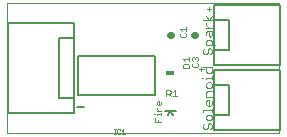
<source format=gto>
G75*
%MOIN*%
%OFA0B0*%
%FSLAX25Y25*%
%IPPOS*%
%LPD*%
%AMOC8*
5,1,8,0,0,1.08239X$1,22.5*
%
%ADD10C,0.00000*%
%ADD11C,0.00500*%
%ADD12C,0.00300*%
%ADD13C,0.02200*%
%ADD14C,0.00800*%
%ADD15R,0.03000X0.01800*%
%ADD16C,0.00100*%
D10*
X0001800Y0045107D02*
X0001800Y0088414D01*
X0092351Y0088414D01*
X0092351Y0045107D01*
X0001800Y0045107D01*
D11*
X0002300Y0051800D02*
X0002300Y0081800D01*
X0024300Y0081800D01*
X0024300Y0076800D01*
X0019300Y0076800D01*
X0019300Y0056800D01*
X0024300Y0056800D01*
X0024300Y0051800D01*
X0002300Y0051800D01*
X0024300Y0056800D02*
X0024300Y0076800D01*
X0025050Y0053801D02*
X0027385Y0053801D01*
X0070800Y0051300D02*
X0070800Y0046300D01*
X0092800Y0046300D01*
X0092800Y0066300D01*
X0070800Y0066300D01*
X0070800Y0061300D01*
X0075800Y0061300D01*
X0075800Y0051300D01*
X0070800Y0051300D01*
X0070800Y0061300D01*
X0070800Y0067800D02*
X0070800Y0072800D01*
X0075800Y0072800D01*
X0075800Y0082800D01*
X0070800Y0082800D01*
X0070800Y0087800D01*
X0092800Y0087800D01*
X0092800Y0067800D01*
X0070800Y0067800D01*
X0070800Y0072800D02*
X0070800Y0082800D01*
D12*
X0070150Y0082745D02*
X0067248Y0082745D01*
X0068215Y0081741D02*
X0068215Y0081257D01*
X0069183Y0080290D01*
X0070150Y0080290D02*
X0068215Y0080290D01*
X0068699Y0079278D02*
X0070150Y0079278D01*
X0070150Y0077827D01*
X0069666Y0077343D01*
X0069183Y0077827D01*
X0069183Y0079278D01*
X0068699Y0079278D02*
X0068215Y0078794D01*
X0068215Y0077827D01*
X0068699Y0076331D02*
X0069666Y0076331D01*
X0070150Y0075848D01*
X0070150Y0074397D01*
X0071117Y0074397D02*
X0068215Y0074397D01*
X0068215Y0075848D01*
X0068699Y0076331D01*
X0069183Y0073385D02*
X0069666Y0073385D01*
X0070150Y0072901D01*
X0070150Y0071934D01*
X0069666Y0071450D01*
X0068699Y0071934D02*
X0068699Y0072901D01*
X0069183Y0073385D01*
X0067731Y0073385D02*
X0067248Y0072901D01*
X0067248Y0071934D01*
X0067731Y0071450D01*
X0068215Y0071450D01*
X0068699Y0071934D01*
X0065550Y0070291D02*
X0065550Y0069590D01*
X0065200Y0069240D01*
X0065200Y0068431D02*
X0065550Y0068081D01*
X0065550Y0067381D01*
X0065200Y0067030D01*
X0063799Y0067030D01*
X0063448Y0067381D01*
X0063448Y0068081D01*
X0063799Y0068431D01*
X0063799Y0069240D02*
X0063448Y0069590D01*
X0063448Y0070291D01*
X0063799Y0070641D01*
X0064149Y0070641D01*
X0064499Y0070291D01*
X0064849Y0070641D01*
X0065200Y0070641D01*
X0065550Y0070291D01*
X0064499Y0070291D02*
X0064499Y0069941D01*
X0062650Y0069860D02*
X0060548Y0069860D01*
X0061249Y0069160D01*
X0060899Y0068351D02*
X0060548Y0068001D01*
X0060548Y0066950D01*
X0062650Y0066950D01*
X0062650Y0068001D01*
X0062300Y0068351D01*
X0060899Y0068351D01*
X0062650Y0069160D02*
X0062650Y0070561D01*
X0066651Y0067201D02*
X0066651Y0065800D01*
X0067351Y0066501D02*
X0065950Y0066501D01*
X0067248Y0067046D02*
X0070150Y0067046D01*
X0070150Y0065595D01*
X0069666Y0065111D01*
X0068699Y0065111D01*
X0068215Y0065595D01*
X0068215Y0067046D01*
X0070150Y0064114D02*
X0070150Y0063147D01*
X0070150Y0063631D02*
X0068215Y0063631D01*
X0068215Y0063147D01*
X0067248Y0063631D02*
X0066764Y0063631D01*
X0068699Y0062135D02*
X0068215Y0061652D01*
X0068215Y0060684D01*
X0068699Y0060200D01*
X0069666Y0060200D01*
X0070150Y0060684D01*
X0070150Y0061652D01*
X0069666Y0062135D01*
X0068699Y0062135D01*
X0068699Y0059189D02*
X0070150Y0059189D01*
X0068699Y0059189D02*
X0068215Y0058705D01*
X0068215Y0057254D01*
X0070150Y0057254D01*
X0069183Y0056242D02*
X0069183Y0054307D01*
X0069666Y0054307D02*
X0068699Y0054307D01*
X0068215Y0054791D01*
X0068215Y0055759D01*
X0068699Y0056242D01*
X0069183Y0056242D01*
X0070150Y0055759D02*
X0070150Y0054791D01*
X0069666Y0054307D01*
X0070150Y0053311D02*
X0070150Y0052343D01*
X0070150Y0052827D02*
X0067248Y0052827D01*
X0067248Y0052343D01*
X0068699Y0051331D02*
X0068215Y0050848D01*
X0068215Y0049880D01*
X0068699Y0049397D01*
X0069666Y0049397D01*
X0070150Y0049880D01*
X0070150Y0050848D01*
X0069666Y0051331D01*
X0068699Y0051331D01*
X0069183Y0048385D02*
X0068699Y0047901D01*
X0068699Y0046934D01*
X0068215Y0046450D01*
X0067731Y0046450D01*
X0067248Y0046934D01*
X0067248Y0047901D01*
X0067731Y0048385D01*
X0069183Y0048385D02*
X0069666Y0048385D01*
X0070150Y0047901D01*
X0070150Y0046934D01*
X0069666Y0046450D01*
X0058561Y0057450D02*
X0057160Y0057450D01*
X0057860Y0057450D02*
X0057860Y0059552D01*
X0057160Y0058851D01*
X0056351Y0058501D02*
X0056001Y0058151D01*
X0054950Y0058151D01*
X0055651Y0058151D02*
X0056351Y0057450D01*
X0056351Y0058501D02*
X0056351Y0059201D01*
X0056001Y0059552D01*
X0054950Y0059552D01*
X0054950Y0057450D01*
X0053150Y0055526D02*
X0053150Y0054825D01*
X0052800Y0054475D01*
X0052099Y0054475D01*
X0051749Y0054825D01*
X0051749Y0055526D01*
X0052099Y0055876D01*
X0052449Y0055876D01*
X0052449Y0054475D01*
X0051749Y0053684D02*
X0051749Y0053334D01*
X0052449Y0052633D01*
X0051749Y0052633D02*
X0053150Y0052633D01*
X0053150Y0051860D02*
X0053150Y0051160D01*
X0053150Y0051510D02*
X0051749Y0051510D01*
X0051749Y0051160D01*
X0051048Y0051510D02*
X0050698Y0051510D01*
X0051048Y0050351D02*
X0051048Y0048950D01*
X0053150Y0048950D01*
X0052099Y0048950D02*
X0052099Y0049651D01*
X0059799Y0077030D02*
X0061200Y0077030D01*
X0061550Y0077381D01*
X0061550Y0078081D01*
X0061200Y0078431D01*
X0061550Y0079240D02*
X0061550Y0080641D01*
X0061550Y0079941D02*
X0059448Y0079941D01*
X0060149Y0079240D01*
X0059799Y0078431D02*
X0059448Y0078081D01*
X0059448Y0077381D01*
X0059799Y0077030D01*
X0069183Y0082745D02*
X0068215Y0084196D01*
X0069183Y0082745D02*
X0070150Y0084196D01*
X0069151Y0085800D02*
X0069151Y0087201D01*
X0069851Y0086501D02*
X0068450Y0086501D01*
D13*
X0064420Y0077800D02*
X0064180Y0077800D01*
X0056420Y0077800D02*
X0056180Y0077800D01*
D14*
X0051200Y0070800D02*
X0051200Y0057800D01*
X0025400Y0057800D01*
X0025400Y0070800D01*
X0051200Y0070800D01*
X0054489Y0052469D02*
X0056300Y0052469D01*
X0057220Y0051249D01*
X0058111Y0052469D02*
X0056300Y0052469D01*
X0056200Y0052409D02*
X0055440Y0051249D01*
D15*
X0056300Y0065300D03*
D16*
X0038172Y0045000D02*
X0037671Y0045000D01*
X0037922Y0045000D02*
X0037922Y0046501D01*
X0038172Y0046501D02*
X0037671Y0046501D01*
X0038653Y0046251D02*
X0038653Y0045250D01*
X0038904Y0045000D01*
X0039404Y0045000D01*
X0039654Y0045250D01*
X0040127Y0045000D02*
X0041128Y0045000D01*
X0040627Y0045000D02*
X0040627Y0046501D01*
X0040127Y0046001D01*
X0039654Y0046251D02*
X0039404Y0046501D01*
X0038904Y0046501D01*
X0038653Y0046251D01*
M02*

</source>
